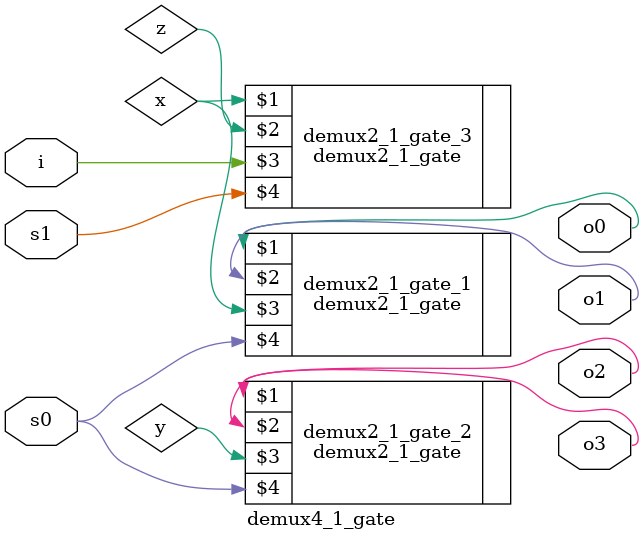
<source format=v>
module demux4_1_gate(o0,o1,o2,o3,i,s0,s1);
input i,s0,s1;
output o0,o1,o2,o3;
wire x,y;
demux2_1_gate demux2_1_gate_3(x,z,i,s1);
demux2_1_gate demux2_1_gate_1(o0,o1,x,s0);
demux2_1_gate demux2_1_gate_2(o2,o3,y,s0);
endmodule


</source>
